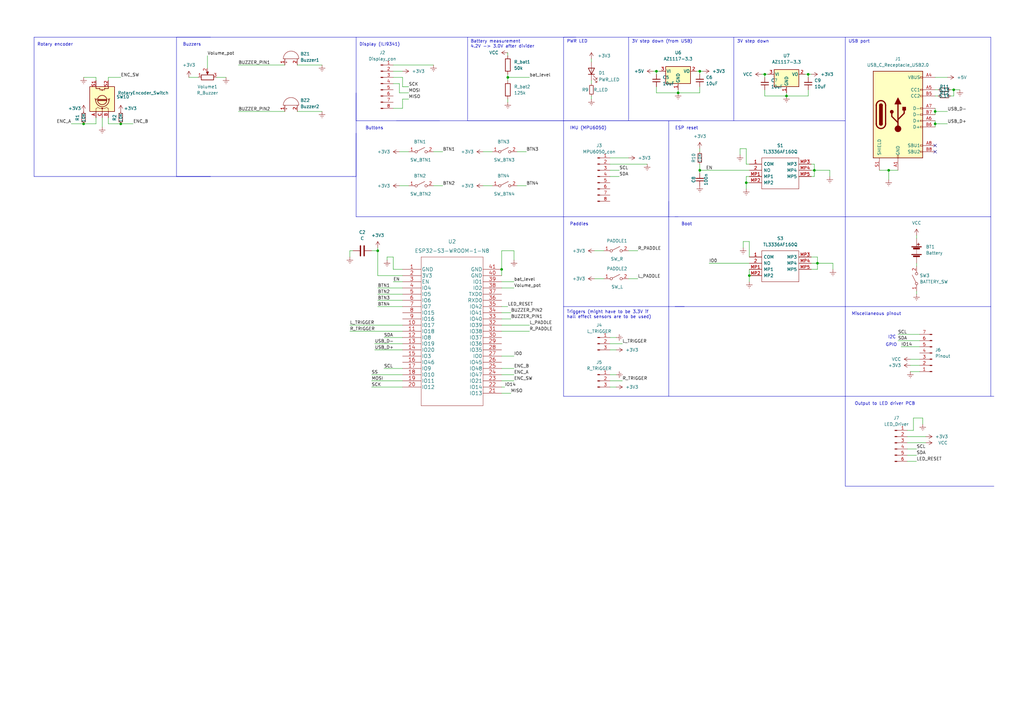
<source format=kicad_sch>
(kicad_sch (version 20230121) (generator eeschema)
  (paper "A3")
  (lib_symbols
    (symbol "+3V3_1" (power) (pin_names (offset 0))
      (property "Value" "+3V3_1" (at 0 3.556 0))
      (symbol "+3V3_1_1_1"
        (pin power_in line (at 0 0 90) (length 0) hide (name "+3V3") (number "1"))
      )
    )
    (symbol "+5V_2" (power) (pin_names (offset 0))
      (property "Value" "+5V_2" (at 0 3.556 0))
      (symbol "+5V_2_1_1"
        (pin power_in line (at 0 0 90) (length 0) hide (name "+5V") (number "1"))
      )
    )
    (symbol "Connector:Conn_01x03_Pin" (pin_names (offset 1.016) hide)
      (property "Reference" "J" (at 0 5.08 0))
      (property "Value" "Conn_01x03_Pin" (at 0 -5.08 0))
      (symbol "Conn_01x03_Pin_1_1"
        (pin passive line (at 5.08 2.54 180) (length 3.81) (name "Pin_1") (number "1"))
        (pin passive line (at 5.08 0 180) (length 3.81) (name "Pin_2") (number "2"))
        (pin passive line (at 5.08 -2.54 180) (length 3.81) (name "Pin_3") (number "3"))
      )
    )
    (symbol "Connector:Conn_01x06_Pin" (pin_names (offset 1.016) hide)
      (property "Reference" "J" (at 0 7.62 0))
      (property "Value" "Conn_01x06_Pin" (at 0 -10.16 0))
      (symbol "Conn_01x06_Pin_1_1"
        (pin passive line (at 5.08 5.08 180) (length 3.81) (name "Pin_1") (number "1"))
        (pin passive line (at 5.08 2.54 180) (length 3.81) (name "Pin_2") (number "2"))
        (pin passive line (at 5.08 0 180) (length 3.81) (name "Pin_3") (number "3"))
        (pin passive line (at 5.08 -2.54 180) (length 3.81) (name "Pin_4") (number "4"))
        (pin passive line (at 5.08 -5.08 180) (length 3.81) (name "Pin_5") (number "5"))
        (pin passive line (at 5.08 -7.62 180) (length 3.81) (name "Pin_6") (number "6"))
      )
    )
    (symbol "Connector:Conn_01x07_Pin" (pin_names (offset 1.016) hide)
      (property "Reference" "J" (at 0 10.16 0))
      (property "Value" "Conn_01x07_Pin" (at 0 -10.16 0))
      (symbol "Conn_01x07_Pin_1_1"
        (pin passive line (at 5.08 7.62 180) (length 3.81) (name "Pin_1") (number "1"))
        (pin passive line (at 5.08 5.08 180) (length 3.81) (name "Pin_2") (number "2"))
        (pin passive line (at 5.08 2.54 180) (length 3.81) (name "Pin_3") (number "3"))
        (pin passive line (at 5.08 0 180) (length 3.81) (name "Pin_4") (number "4"))
        (pin passive line (at 5.08 -2.54 180) (length 3.81) (name "Pin_5") (number "5"))
        (pin passive line (at 5.08 -5.08 180) (length 3.81) (name "Pin_6") (number "6"))
        (pin passive line (at 5.08 -7.62 180) (length 3.81) (name "Pin_7") (number "7"))
      )
    )
    (symbol "Connector:Conn_01x08_Pin" (pin_names (offset 1.016) hide)
      (property "Reference" "J" (at 0 10.16 0))
      (property "Value" "Conn_01x08_Pin" (at 0 -12.7 0))
      (symbol "Conn_01x08_Pin_1_1"
        (pin passive line (at 5.08 7.62 180) (length 3.81) (name "Pin_1") (number "1"))
        (pin passive line (at 5.08 5.08 180) (length 3.81) (name "Pin_2") (number "2"))
        (pin passive line (at 5.08 2.54 180) (length 3.81) (name "Pin_3") (number "3"))
        (pin passive line (at 5.08 0 180) (length 3.81) (name "Pin_4") (number "4"))
        (pin passive line (at 5.08 -2.54 180) (length 3.81) (name "Pin_5") (number "5"))
        (pin passive line (at 5.08 -5.08 180) (length 3.81) (name "Pin_6") (number "6"))
        (pin passive line (at 5.08 -7.62 180) (length 3.81) (name "Pin_7") (number "7"))
        (pin passive line (at 5.08 -10.16 180) (length 3.81) (name "Pin_8") (number "8"))
      )
    )
    (symbol "Connector:USB_C_Receptacle_USB2.0" (pin_names (offset 1.016))
      (property "Reference" "J" (at -10.16 19.05 0))
      (property "Value" "USB_C_Receptacle_USB2.0" (at 19.05 19.05 0))
      (symbol "USB_C_Receptacle_USB2.0_1_1"
        (pin passive line (at 0 -22.86 90) (length 5.08) (name "GND") (number "A1"))
        (pin passive line (at 0 -22.86 90) (length 5.08) hide (name "GND") (number "A12"))
        (pin passive line (at 15.24 15.24 180) (length 5.08) (name "VBUS") (number "A4"))
        (pin bidirectional line (at 15.24 10.16 180) (length 5.08) (name "CC1") (number "A5"))
        (pin bidirectional line (at 15.24 -2.54 180) (length 5.08) (name "D+") (number "A6"))
        (pin bidirectional line (at 15.24 2.54 180) (length 5.08) (name "D-") (number "A7"))
        (pin bidirectional line (at 15.24 -12.7 180) (length 5.08) (name "SBU1") (number "A8"))
        (pin passive line (at 15.24 15.24 180) (length 5.08) hide (name "VBUS") (number "A9"))
        (pin passive line (at 0 -22.86 90) (length 5.08) hide (name "GND") (number "B1"))
        (pin passive line (at 0 -22.86 90) (length 5.08) hide (name "GND") (number "B12"))
        (pin passive line (at 15.24 15.24 180) (length 5.08) hide (name "VBUS") (number "B4"))
        (pin bidirectional line (at 15.24 7.62 180) (length 5.08) (name "CC2") (number "B5"))
        (pin bidirectional line (at 15.24 -5.08 180) (length 5.08) (name "D+") (number "B6"))
        (pin bidirectional line (at 15.24 0 180) (length 5.08) (name "D-") (number "B7"))
        (pin bidirectional line (at 15.24 -15.24 180) (length 5.08) (name "SBU2") (number "B8"))
        (pin passive line (at 15.24 15.24 180) (length 5.08) hide (name "VBUS") (number "B9"))
        (pin passive line (at -7.62 -22.86 90) (length 5.08) (name "SHIELD") (number "S1"))
      )
    )
    (symbol "Device:Battery" (pin_numbers hide) (pin_names (offset 0) hide)
      (property "Reference" "BT" (at 2.54 2.54 0))
      (property "Value" "Battery" (at 2.54 0 0))
      (symbol "Battery_1_1"
        (pin passive line (at 0 5.08 270) (length 2.54) (name "+") (number "1"))
        (pin passive line (at 0 -5.08 90) (length 2.54) (name "-") (number "2"))
      )
    )
    (symbol "Device:Buzzer" (pin_names (offset 0.0254) hide)
      (property "Reference" "BZ" (at 3.81 1.27 0))
      (property "Value" "Buzzer" (at 3.81 -1.27 0))
      (symbol "Buzzer_1_1"
        (pin passive line (at -2.54 2.54 0) (length 2.54) (name "-") (number "1"))
        (pin passive line (at -2.54 -2.54 0) (length 2.54) (name "+") (number "2"))
      )
    )
    (symbol "Device:C" (pin_numbers hide) (pin_names (offset 0.254))
      (property "Reference" "C" (at 0.635 2.54 0))
      (property "Value" "C" (at 0.635 -2.54 0))
      (symbol "C_1_1"
        (pin passive line (at 0 3.81 270) (length 2.794) (name "~") (number "1"))
        (pin passive line (at 0 -3.81 90) (length 2.794) (name "~") (number "2"))
      )
    )
    (symbol "Device:C_Small" (pin_numbers hide) (pin_names (offset 0.254) hide)
      (property "Reference" "C" (at 0.254 1.778 0))
      (property "Value" "C_Small" (at 0.254 -2.032 0))
      (symbol "C_Small_1_1"
        (pin passive line (at 0 2.54 270) (length 2.032) (name "~") (number "1"))
        (pin passive line (at 0 -2.54 90) (length 2.032) (name "~") (number "2"))
      )
    )
    (symbol "Device:LED" (pin_numbers hide) (pin_names (offset 1.016) hide)
      (property "Reference" "D" (at 0 2.54 0))
      (property "Value" "LED" (at 0 -2.54 0))
      (symbol "LED_1_1"
        (pin passive line (at -3.81 0 0) (length 2.54) (name "K") (number "1"))
        (pin passive line (at 3.81 0 180) (length 2.54) (name "A") (number "2"))
      )
    )
    (symbol "Device:R" (pin_numbers hide) (pin_names (offset 0))
      (property "Reference" "R" (at 2.032 0 90))
      (property "Value" "R" (at 0 0 90))
      (symbol "R_1_1"
        (pin passive line (at 0 3.81 270) (length 1.27) (name "~") (number "1"))
        (pin passive line (at 0 -3.81 90) (length 1.27) (name "~") (number "2"))
      )
    )
    (symbol "Device:R_Potentiometer" (pin_names (offset 1.016) hide)
      (property "Reference" "RV" (at -4.445 0 90))
      (property "Value" "R_Potentiometer" (at -2.54 0 90))
      (symbol "R_Potentiometer_1_1"
        (pin passive line (at 0 3.81 270) (length 1.27) (name "1") (number "1"))
        (pin passive line (at 3.81 0 180) (length 1.27) (name "2") (number "2"))
        (pin passive line (at 0 -3.81 90) (length 1.27) (name "3") (number "3"))
      )
    )
    (symbol "Device:R_Small" (pin_numbers hide) (pin_names (offset 0.254) hide)
      (property "Reference" "R" (at 0.762 0.508 0))
      (property "Value" "R_Small" (at 0.762 -1.016 0))
      (symbol "R_Small_1_1"
        (pin passive line (at 0 2.54 270) (length 0.762) (name "~") (number "1"))
        (pin passive line (at 0 -2.54 90) (length 0.762) (name "~") (number "2"))
      )
    )
    (symbol "Device:RotaryEncoder_Switch" (pin_names (offset 0.254) hide)
      (property "Reference" "SW" (at 0 6.604 0))
      (property "Value" "RotaryEncoder_Switch" (at 0 -6.604 0))
      (symbol "RotaryEncoder_Switch_1_1"
        (pin passive line (at -7.62 2.54 0) (length 2.54) (name "A") (number "A"))
        (pin passive line (at -7.62 -2.54 0) (length 2.54) (name "B") (number "B"))
        (pin passive line (at -7.62 0 0) (length 2.54) (name "C") (number "C"))
        (pin passive line (at 7.62 2.54 180) (length 2.54) (name "S1") (number "S1"))
        (pin passive line (at 7.62 -2.54 180) (length 2.54) (name "S2") (number "S2"))
      )
    )
    (symbol "FC_library:ESP32-S3-WROOM-1-N8" (pin_names (offset 0.254))
      (property "Reference" "U" (at 20.32 10.16 0))
      (property "Value" "ESP32-S3-WROOM-1-N8" (at 20.32 7.62 0))
      (symbol "ESP32-S3-WROOM-1-N8_1_1"
        (pin power_in line (at 0 0 0) (length 7.62) (name "GND") (number "1"))
        (pin bidirectional line (at 0 -22.86 0) (length 7.62) (name "IO17") (number "10"))
        (pin bidirectional line (at 0 -25.4 0) (length 7.62) (name "IO18") (number "11"))
        (pin bidirectional line (at 0 -27.94 0) (length 7.62) (name "IO8") (number "12"))
        (pin bidirectional line (at 0 -30.48 0) (length 7.62) (name "IO19") (number "13"))
        (pin bidirectional line (at 0 -33.02 0) (length 7.62) (name "IO20") (number "14"))
        (pin bidirectional line (at 0 -35.56 0) (length 7.62) (name "IO3") (number "15"))
        (pin bidirectional line (at 0 -38.1 0) (length 7.62) (name "IO46") (number "16"))
        (pin bidirectional line (at 0 -40.64 0) (length 7.62) (name "IO9") (number "17"))
        (pin bidirectional line (at 0 -43.18 0) (length 7.62) (name "IO10") (number "18"))
        (pin bidirectional line (at 0 -45.72 0) (length 7.62) (name "IO11") (number "19"))
        (pin power_in line (at 0 -2.54 0) (length 7.62) (name "3V3") (number "2"))
        (pin bidirectional line (at 0 -48.26 0) (length 7.62) (name "IO12") (number "20"))
        (pin bidirectional line (at 40.64 -50.8 180) (length 7.62) (name "IO13") (number "21"))
        (pin bidirectional line (at 40.64 -48.26 180) (length 7.62) (name "IO14") (number "22"))
        (pin bidirectional line (at 40.64 -45.72 180) (length 7.62) (name "IO21") (number "23"))
        (pin bidirectional line (at 40.64 -43.18 180) (length 7.62) (name "IO47") (number "24"))
        (pin bidirectional line (at 40.64 -40.64 180) (length 7.62) (name "IO48") (number "25"))
        (pin bidirectional line (at 40.64 -38.1 180) (length 7.62) (name "IO45") (number "26"))
        (pin bidirectional line (at 40.64 -35.56 180) (length 7.62) (name "IO0") (number "27"))
        (pin bidirectional line (at 40.64 -33.02 180) (length 7.62) (name "IO35") (number "28"))
        (pin bidirectional line (at 40.64 -30.48 180) (length 7.62) (name "IO36") (number "29"))
        (pin input line (at 0 -5.08 0) (length 7.62) (name "EN") (number "3"))
        (pin bidirectional line (at 40.64 -27.94 180) (length 7.62) (name "IO37") (number "30"))
        (pin bidirectional line (at 40.64 -25.4 180) (length 7.62) (name "IO38") (number "31"))
        (pin bidirectional line (at 40.64 -22.86 180) (length 7.62) (name "IO39") (number "32"))
        (pin bidirectional line (at 40.64 -20.32 180) (length 7.62) (name "IO40") (number "33"))
        (pin bidirectional line (at 40.64 -17.78 180) (length 7.62) (name "IO41") (number "34"))
        (pin bidirectional line (at 40.64 -15.24 180) (length 7.62) (name "IO42") (number "35"))
        (pin bidirectional line (at 40.64 -12.7 180) (length 7.62) (name "RXD0") (number "36"))
        (pin bidirectional line (at 40.64 -10.16 180) (length 7.62) (name "TXD0") (number "37"))
        (pin bidirectional line (at 40.64 -7.62 180) (length 7.62) (name "IO2") (number "38"))
        (pin bidirectional line (at 40.64 -5.08 180) (length 7.62) (name "IO1") (number "39"))
        (pin bidirectional line (at 0 -7.62 0) (length 7.62) (name "IO4") (number "4"))
        (pin power_in line (at 40.64 -2.54 180) (length 7.62) (name "GND") (number "40"))
        (pin power_in line (at 40.64 0 180) (length 7.62) (name "GND") (number "41"))
        (pin bidirectional line (at 0 -10.16 0) (length 7.62) (name "IO5") (number "5"))
        (pin bidirectional line (at 0 -12.7 0) (length 7.62) (name "IO6") (number "6"))
        (pin bidirectional line (at 0 -15.24 0) (length 7.62) (name "IO7") (number "7"))
        (pin bidirectional line (at 0 -17.78 0) (length 7.62) (name "IO15") (number "8"))
        (pin bidirectional line (at 0 -20.32 0) (length 7.62) (name "IO16") (number "9"))
      )
    )
    (symbol "New_Library:TL3336AF160Q" (pin_names (offset 0.762))
      (property "Reference" "S" (at 21.59 7.62 0))
      (property "Value" "TL3336AF160Q" (at 21.59 5.08 0))
      (symbol "TL3336AF160Q_0_0"
        (pin passive line (at 0 0 0) (length 5.08) (name "COM") (number "1"))
        (pin passive line (at 0 -2.54 0) (length 5.08) (name "NO") (number "2"))
        (pin passive line (at 0 -5.08 0) (length 5.08) (name "MP1") (number "MP1"))
        (pin passive line (at 0 -7.62 0) (length 5.08) (name "MP2") (number "MP2"))
        (pin passive line (at 25.4 0 180) (length 5.08) (name "MP3") (number "MP3"))
        (pin passive line (at 25.4 -2.54 180) (length 5.08) (name "MP4") (number "MP4"))
        (pin passive line (at 25.4 -5.08 180) (length 5.08) (name "MP5") (number "MP5"))
      )
    )
    (symbol "Regulator_Linear:AZ1117-3.3" (pin_names (offset 0.254))
      (property "Reference" "U" (at -3.81 3.175 0))
      (property "Value" "AZ1117-3.3" (at 0 3.175 0))
      (symbol "AZ1117-3.3_1_1"
        (pin power_in line (at 0 -7.62 90) (length 2.54) (name "GND") (number "1"))
        (pin power_out line (at 7.62 0 180) (length 2.54) (name "VO") (number "2"))
        (pin power_in line (at -7.62 0 0) (length 2.54) (name "VI") (number "3"))
      )
    )
    (symbol "Switch:SW_SPST" (pin_names (offset 0) hide)
      (property "Reference" "SW" (at 0 3.175 0))
      (property "Value" "SW_SPST" (at 0 -2.54 0))
      (symbol "SW_SPST_1_1"
        (pin passive line (at -5.08 0 0) (length 2.54) (name "A") (number "1"))
        (pin passive line (at 5.08 0 180) (length 2.54) (name "B") (number "2"))
      )
    )
    (symbol "VCC_1" (power) (pin_names (offset 0))
      (property "Value" "VCC_1" (at 0 3.81 0))
      (symbol "VCC_1_1_1"
        (pin power_in line (at 0 0 90) (length 0) hide (name "VCC") (number "1"))
      )
    )
    (symbol "power:+3V3" (power) (pin_names (offset 0))
      (property "Value" "+3V3" (at 0 3.556 0))
      (symbol "+3V3_1_1"
        (pin power_in line (at 0 0 90) (length 0) hide (name "+3V3") (number "1"))
      )
    )
    (symbol "power:+5V" (power) (pin_names (offset 0))
      (property "Value" "+5V" (at 0 3.556 0))
      (symbol "+5V_1_1"
        (pin power_in line (at 0 0 90) (length 0) hide (name "+5V") (number "1"))
      )
    )
    (symbol "power:Earth" (power) (pin_names (offset 0))
      (symbol "Earth_1_1"
        (pin power_in line (at 0 0 270) (length 0) hide (name "Earth") (number "1"))
      )
    )
    (symbol "power:VCC" (power) (pin_names (offset 0))
      (property "Value" "VCC" (at 0 3.81 0))
      (symbol "VCC_1_1"
        (pin power_in line (at 0 0 90) (length 0) hide (name "VCC") (number "1"))
      )
    )
  )
  (junction (at 334.01 69.85))
  (junction (at 154.94 102.87))
  (junction (at 287.02 29.21))
  (junction (at 287.02 69.85))
  (junction (at 364.49 69.85))
  (junction (at 383.54 45.72))
  (junction (at 49.53 50.8))
  (junction (at 269.24 29.21))
  (junction (at 307.34 113.03))
  (junction (at 313.69 30.48))
  (junction (at 391.16 36.83))
  (junction (at 306.07 74.93))
  (junction (at 278.13 38.1))
  (junction (at 331.47 30.48))
  (junction (at 208.28 31.75))
  (junction (at 34.29 50.8))
  (junction (at 205.74 110.49))
  (junction (at 335.28 107.95))
  (junction (at 322.58 39.37))
  (junction (at 383.54 50.8))
  (no_connect (at 383.54 62.23))
  (no_connect (at 383.54 59.69))
  (polyline (pts (xy 346.71 88.9) (xy 346.71 125.73)))
  (wire (pts (xy 383.54 50.8) (xy 383.54 49.53)))
  (wire (pts (xy 34.29 31.75) (xy 39.37 31.75)))
  (polyline (pts (xy 406.4 15.24) (xy 406.4 88.9)))
  (wire (pts (xy 373.38 147.32) (xy 377.19 147.32)))
  (wire (pts (xy 307.34 110.49) (xy 307.34 113.03)))
  (wire (pts (xy 158.75 105.41) (xy 158.75 106.68)))
  (wire (pts (xy 303.53 63.5) (xy 303.53 60.96)))
  (wire (pts (xy 250.19 67.31) (xy 265.43 67.31)))
  (wire (pts (xy 29.21 50.8) (xy 34.29 50.8)))
  (wire (pts (xy 360.68 69.85) (xy 364.49 69.85)))
  (wire (pts (xy 287.02 60.96) (xy 287.02 62.23)))
  (wire (pts (xy 85.09 22.86) (xy 85.09 27.94)))
  (wire (pts (xy 161.29 29.21) (xy 165.1 29.21)))
  (wire (pts (xy 165.1 40.64) (xy 167.64 40.64)))
  (wire (pts (xy 157.48 151.13) (xy 165.1 151.13)))
  (wire (pts (xy 163.83 38.1) (xy 167.64 38.1)))
  (polyline (pts (xy 146.05 54.61) (xy 146.05 88.9)))
  (wire (pts (xy 154.94 113.03) (xy 165.1 113.03)))
  (wire (pts (xy 278.13 38.1) (xy 287.02 38.1)))
  (wire (pts (xy 242.57 24.13) (xy 242.57 25.4)))
  (wire (pts (xy 212.09 62.23) (xy 215.9 62.23)))
  (wire (pts (xy 269.24 29.21) (xy 269.24 30.48)))
  (wire (pts (xy 334.01 67.31) (xy 334.01 69.85)))
  (polyline (pts (xy 346.71 15.24) (xy 346.71 88.9)))
  (wire (pts (xy 163.83 38.1) (xy 163.83 34.29)))
  (wire (pts (xy 374.65 171.45) (xy 378.46 171.45)))
  (wire (pts (xy 165.1 110.49) (xy 161.29 110.49)))
  (wire (pts (xy 306.07 72.39) (xy 307.34 72.39)))
  (wire (pts (xy 335.28 107.95) (xy 335.28 110.49)))
  (polyline (pts (xy 274.32 82.55) (xy 274.32 88.9)))
  (wire (pts (xy 313.69 39.37) (xy 322.58 39.37)))
  (wire (pts (xy 287.02 29.21) (xy 287.02 30.48)))
  (wire (pts (xy 341.63 107.95) (xy 341.63 110.49)))
  (wire (pts (xy 250.19 153.67) (xy 252.73 153.67)))
  (wire (pts (xy 154.94 125.73) (xy 165.1 125.73)))
  (wire (pts (xy 250.19 140.97) (xy 255.27 140.97)))
  (polyline (pts (xy 274.32 88.9) (xy 274.32 125.73)))
  (wire (pts (xy 383.54 50.8) (xy 383.54 52.07)))
  (wire (pts (xy 157.48 138.43) (xy 165.1 138.43)))
  (wire (pts (xy 287.02 38.1) (xy 287.02 35.56)))
  (wire (pts (xy 340.36 69.85) (xy 334.01 69.85)))
  (wire (pts (xy 250.19 64.77) (xy 257.81 64.77)))
  (wire (pts (xy 335.28 105.41) (xy 335.28 107.95)))
  (wire (pts (xy 208.28 40.64) (xy 208.28 41.91)))
  (wire (pts (xy 332.74 110.49) (xy 335.28 110.49)))
  (wire (pts (xy 269.24 38.1) (xy 278.13 38.1)))
  (polyline (pts (xy 231.14 162.56) (xy 274.32 162.56)))
  (polyline (pts (xy 346.71 125.73) (xy 406.4 125.73)))
  (wire (pts (xy 312.42 30.48) (xy 313.69 30.48)))
  (wire (pts (xy 44.45 33.02) (xy 44.45 31.75)))
  (wire (pts (xy 152.4 158.75) (xy 165.1 158.75)))
  (wire (pts (xy 144.78 102.87) (xy 143.51 102.87)))
  (wire (pts (xy 391.16 36.83) (xy 393.7 36.83)))
  (wire (pts (xy 161.29 105.41) (xy 158.75 105.41)))
  (wire (pts (xy 383.54 31.75) (xy 388.62 31.75)))
  (polyline (pts (xy 146.05 15.24) (xy 146.05 49.53)))
  (wire (pts (xy 369.57 142.24) (xy 377.19 142.24)))
  (wire (pts (xy 250.19 69.85) (xy 254 69.85)))
  (polyline (pts (xy 346.71 162.56) (xy 346.71 125.73)))
  (wire (pts (xy 77.47 31.75) (xy 81.28 31.75)))
  (wire (pts (xy 41.91 48.26) (xy 41.91 52.07)))
  (polyline (pts (xy 346.71 15.24) (xy 257.81 15.24)))
  (polyline (pts (xy 276.86 125.73) (xy 346.71 125.73)))
  (wire (pts (xy 177.8 76.2) (xy 181.61 76.2)))
  (wire (pts (xy 243.84 114.3) (xy 247.65 114.3)))
  (wire (pts (xy 364.49 69.85) (xy 368.3 69.85)))
  (wire (pts (xy 384.81 39.37) (xy 383.54 39.37)))
  (wire (pts (xy 208.28 21.59) (xy 208.28 22.86)))
  (wire (pts (xy 378.46 171.45) (xy 378.46 173.99)))
  (wire (pts (xy 285.75 29.21) (xy 287.02 29.21)))
  (wire (pts (xy 287.02 69.85) (xy 287.02 71.12)))
  (wire (pts (xy 252.73 158.75) (xy 250.19 158.75)))
  (wire (pts (xy 306.07 72.39) (xy 306.07 74.93)))
  (wire (pts (xy 143.51 135.89) (xy 165.1 135.89)))
  (wire (pts (xy 161.29 115.57) (xy 165.1 115.57)))
  (wire (pts (xy 257.81 114.3) (xy 261.62 114.3)))
  (wire (pts (xy 307.34 99.06) (xy 307.34 105.41)))
  (wire (pts (xy 334.01 69.85) (xy 334.01 72.39)))
  (wire (pts (xy 304.8 101.6) (xy 304.8 99.06)))
  (wire (pts (xy 375.92 96.52) (xy 375.92 97.79)))
  (wire (pts (xy 372.11 176.53) (xy 374.65 176.53)))
  (wire (pts (xy 287.02 67.31) (xy 287.02 69.85)))
  (wire (pts (xy 372.11 179.07) (xy 379.73 179.07)))
  (wire (pts (xy 165.1 35.56) (xy 165.1 31.75)))
  (polyline (pts (xy 13.97 15.24) (xy 86.36 15.24)))
  (wire (pts (xy 307.34 113.03) (xy 307.34 115.57)))
  (wire (pts (xy 205.74 158.75) (xy 207.01 158.75)))
  (wire (pts (xy 161.29 26.67) (xy 177.8 26.67)))
  (polyline (pts (xy 146.05 88.9) (xy 274.32 88.9)))
  (wire (pts (xy 205.74 146.05) (xy 210.82 146.05)))
  (polyline (pts (xy 257.81 15.24) (xy 257.81 49.53)))
  (wire (pts (xy 290.83 107.95) (xy 307.34 107.95)))
  (polyline (pts (xy 162.56 49.53) (xy 250.19 49.53)))
  (wire (pts (xy 44.45 50.8) (xy 49.53 50.8)))
  (wire (pts (xy 154.94 120.65) (xy 165.1 120.65)))
  (wire (pts (xy 278.13 36.83) (xy 278.13 38.1)))
  (wire (pts (xy 332.74 107.95) (xy 335.28 107.95)))
  (polyline (pts (xy 191.77 15.24) (xy 191.77 49.53)))
  (polyline (pts (xy 346.71 199.39) (xy 407.67 199.39)))
  (wire (pts (xy 243.84 102.87) (xy 247.65 102.87)))
  (wire (pts (xy 267.97 29.21) (xy 269.24 29.21)))
  (polyline (pts (xy 231.14 49.53) (xy 300.99 49.53)))
  (wire (pts (xy 322.58 39.37) (xy 331.47 39.37)))
  (wire (pts (xy 205.74 102.87) (xy 210.82 102.87)))
  (wire (pts (xy 383.54 45.72) (xy 383.54 46.99)))
  (wire (pts (xy 331.47 39.37) (xy 331.47 36.83)))
  (polyline (pts (xy 406.4 15.24) (xy 346.71 15.24)))
  (wire (pts (xy 154.94 123.19) (xy 165.1 123.19)))
  (wire (pts (xy 205.74 133.35) (xy 217.17 133.35)))
  (polyline (pts (xy 231.14 125.73) (xy 274.32 125.73)))
  (wire (pts (xy 391.16 36.83) (xy 389.89 36.83)))
  (wire (pts (xy 205.74 153.67) (xy 210.82 153.67)))
  (polyline (pts (xy 146.05 38.1) (xy 146.05 72.39)))
  (wire (pts (xy 121.92 26.67) (xy 132.08 26.67)))
  (polyline (pts (xy 274.32 88.9) (xy 276.86 88.9)))
  (polyline (pts (xy 346.71 199.39) (xy 346.71 162.56)))
  (wire (pts (xy 242.57 34.29) (xy 242.57 33.02)))
  (wire (pts (xy 34.29 50.8) (xy 39.37 50.8)))
  (wire (pts (xy 44.45 48.26) (xy 44.45 50.8)))
  (polyline (pts (xy 72.39 72.39) (xy 144.78 72.39)))
  (wire (pts (xy 306.07 74.93) (xy 306.07 77.47)))
  (wire (pts (xy 161.29 110.49) (xy 161.29 105.41)))
  (polyline (pts (xy 346.71 88.9) (xy 406.4 88.9)))
  (polyline (pts (xy 180.34 49.53) (xy 146.05 49.53)))
  (polyline (pts (xy 346.71 162.56) (xy 407.67 162.56)))
  (polyline (pts (xy 406.4 162.56) (xy 406.4 125.73)))
  (wire (pts (xy 303.53 60.96) (xy 306.07 60.96)))
  (polyline (pts (xy 274.32 49.53) (xy 274.32 88.9)))
  (polyline (pts (xy 72.39 15.24) (xy 146.05 15.24)))
  (wire (pts (xy 205.74 125.73) (xy 208.28 125.73)))
  (wire (pts (xy 210.82 102.87) (xy 210.82 106.68)))
  (wire (pts (xy 177.8 62.23) (xy 181.61 62.23)))
  (wire (pts (xy 368.3 139.7) (xy 377.19 139.7)))
  (wire (pts (xy 375.92 107.95) (xy 375.92 109.22)))
  (wire (pts (xy 287.02 29.21) (xy 288.29 29.21)))
  (wire (pts (xy 165.1 40.64) (xy 165.1 44.45)))
  (polyline (pts (xy 257.81 15.24) (xy 231.14 15.24)))
  (wire (pts (xy 250.19 156.21) (xy 255.27 156.21)))
  (wire (pts (xy 331.47 30.48) (xy 331.47 31.75)))
  (wire (pts (xy 391.16 36.83) (xy 391.16 39.37)))
  (wire (pts (xy 250.19 72.39) (xy 254 72.39)))
  (wire (pts (xy 165.1 44.45) (xy 161.29 44.45)))
  (wire (pts (xy 208.28 31.75) (xy 208.28 33.02)))
  (wire (pts (xy 372.11 181.61) (xy 379.73 181.61)))
  (wire (pts (xy 208.28 30.48) (xy 208.28 31.75)))
  (wire (pts (xy 330.2 30.48) (xy 331.47 30.48)))
  (wire (pts (xy 205.74 102.87) (xy 205.74 110.49)))
  (polyline (pts (xy 274.32 125.73) (xy 274.32 162.56)))
  (wire (pts (xy 121.92 45.72) (xy 132.08 45.72)))
  (wire (pts (xy 205.74 128.27) (xy 209.55 128.27)))
  (wire (pts (xy 331.47 30.48) (xy 332.74 30.48)))
  (wire (pts (xy 163.83 62.23) (xy 167.64 62.23)))
  (wire (pts (xy 163.83 76.2) (xy 167.64 76.2)))
  (polyline (pts (xy 231.14 125.73) (xy 231.14 162.56)))
  (polyline (pts (xy 276.86 88.9) (xy 346.71 88.9)))
  (wire (pts (xy 152.4 102.87) (xy 154.94 102.87)))
  (wire (pts (xy 332.74 69.85) (xy 334.01 69.85)))
  (wire (pts (xy 375.92 119.38) (xy 375.92 120.65)))
  (wire (pts (xy 44.45 31.75) (xy 49.53 31.75)))
  (wire (pts (xy 332.74 72.39) (xy 334.01 72.39)))
  (wire (pts (xy 205.74 110.49) (xy 205.74 113.03)))
  (polyline (pts (xy 276.86 88.9) (xy 278.13 88.9)))
  (wire (pts (xy 306.07 60.96) (xy 306.07 67.31)))
  (wire (pts (xy 313.69 30.48) (xy 313.69 31.75)))
  (wire (pts (xy 313.69 30.48) (xy 314.96 30.48)))
  (polyline (pts (xy 274.32 125.73) (xy 280.67 125.73)))
  (wire (pts (xy 205.74 115.57) (xy 210.82 115.57)))
  (polyline (pts (xy 13.97 72.39) (xy 86.36 72.39)))
  (wire (pts (xy 163.83 34.29) (xy 161.29 34.29)))
  (wire (pts (xy 304.8 99.06) (xy 307.34 99.06)))
  (polyline (pts (xy 274.32 162.56) (xy 346.71 162.56)))
  (polyline (pts (xy 191.77 49.53) (xy 279.4 49.53)))
  (polyline (pts (xy 72.39 15.24) (xy 72.39 72.39)))
  (polyline (pts (xy 300.99 15.24) (xy 300.99 49.53)))
  (wire (pts (xy 383.54 45.72) (xy 383.54 44.45)))
  (wire (pts (xy 375.92 186.69) (xy 372.11 186.69)))
  (polyline (pts (xy 231.14 49.53) (xy 231.14 88.9)))
  (wire (pts (xy 364.49 69.85) (xy 364.49 73.66)))
  (wire (pts (xy 313.69 36.83) (xy 313.69 39.37)))
  (wire (pts (xy 368.3 137.16) (xy 377.19 137.16)))
  (wire (pts (xy 269.24 35.56) (xy 269.24 38.1)))
  (wire (pts (xy 212.09 76.2) (xy 215.9 76.2)))
  (wire (pts (xy 143.51 133.35) (xy 165.1 133.35)))
  (wire (pts (xy 384.81 36.83) (xy 383.54 36.83)))
  (wire (pts (xy 153.67 143.51) (xy 165.1 143.51)))
  (wire (pts (xy 88.9 31.75) (xy 92.71 31.75)))
  (wire (pts (xy 143.51 102.87) (xy 143.51 105.41)))
  (wire (pts (xy 205.74 130.81) (xy 209.55 130.81)))
  (wire (pts (xy 165.1 31.75) (xy 161.29 31.75)))
  (wire (pts (xy 49.53 50.8) (xy 54.61 50.8)))
  (wire (pts (xy 372.11 184.15) (xy 375.92 184.15)))
  (wire (pts (xy 154.94 101.6) (xy 154.94 102.87)))
  (wire (pts (xy 373.38 149.86) (xy 377.19 149.86)))
  (wire (pts (xy 322.58 38.1) (xy 322.58 39.37)))
  (wire (pts (xy 39.37 48.26) (xy 39.37 50.8)))
  (wire (pts (xy 205.74 118.11) (xy 210.82 118.11)))
  (polyline (pts (xy 406.4 125.73) (xy 406.4 88.9)))
  (wire (pts (xy 306.07 74.93) (xy 307.34 74.93)))
  (wire (pts (xy 198.12 62.23) (xy 201.93 62.23)))
  (wire (pts (xy 152.4 153.67) (xy 165.1 153.67)))
  (wire (pts (xy 165.1 35.56) (xy 167.64 35.56)))
  (wire (pts (xy 205.74 135.89) (xy 217.17 135.89)))
  (wire (pts (xy 340.36 69.85) (xy 340.36 72.39)))
  (wire (pts (xy 332.74 105.41) (xy 335.28 105.41)))
  (wire (pts (xy 374.65 176.53) (xy 374.65 171.45)))
  (wire (pts (xy 306.07 67.31) (xy 307.34 67.31)))
  (wire (pts (xy 153.67 140.97) (xy 165.1 140.97)))
  (wire (pts (xy 97.79 45.72) (xy 116.84 45.72)))
  (wire (pts (xy 205.74 151.13) (xy 210.82 151.13)))
  (polyline (pts (xy 144.78 72.39) (xy 146.05 72.39)))
  (wire (pts (xy 391.16 39.37) (xy 389.89 39.37)))
  (polyline (pts (xy 236.22 15.24) (xy 191.77 15.24)))
  (wire (pts (xy 198.12 76.2) (xy 201.93 76.2)))
  (wire (pts (xy 372.11 189.23) (xy 375.92 189.23)))
  (wire (pts (xy 205.74 156.21) (xy 210.82 156.21)))
  (wire (pts (xy 39.37 31.75) (xy 39.37 33.02)))
  (wire (pts (xy 373.38 152.4) (xy 377.19 152.4)))
  (wire (pts (xy 154.94 118.11) (xy 165.1 118.11)))
  (wire (pts (xy 287.02 69.85) (xy 307.34 69.85)))
  (wire (pts (xy 269.24 29.21) (xy 270.51 29.21)))
  (polyline (pts (xy 191.77 15.24) (xy 146.05 15.24)))
  (wire (pts (xy 205.74 161.29) (xy 209.55 161.29)))
  (wire (pts (xy 341.63 107.95) (xy 335.28 107.95)))
  (polyline (pts (xy 13.97 15.24) (xy 13.97 72.39)))
  (wire (pts (xy 383.54 45.72) (xy 388.62 45.72)))
  (polyline (pts (xy 231.14 15.24) (xy 231.14 49.53)))
  (wire (pts (xy 152.4 156.21) (xy 165.1 156.21)))
  (wire (pts (xy 208.28 31.75) (xy 217.17 31.75)))
  (wire (pts (xy 242.57 40.64) (xy 242.57 39.37)))
  (polyline (pts (xy 231.14 88.9) (xy 231.14 125.73)))
  (wire (pts (xy 383.54 50.8) (xy 388.62 50.8)))
  (wire (pts (xy 250.19 138.43) (xy 252.73 138.43)))
  (wire (pts (xy 154.94 102.87) (xy 154.94 113.03)))
  (polyline (pts (xy 300.99 49.53) (xy 346.71 49.53)))
  (wire (pts (xy 332.74 67.31) (xy 334.01 67.31)))
  (wire (pts (xy 257.81 102.87) (xy 261.62 102.87)))
  (wire (pts (xy 252.73 143.51) (xy 250.19 143.51)))
  (wire (pts (xy 97.79 26.67) (xy 116.84 26.67)))
  (text "PWR LED\n" (at 232.41 17.78 0) (effects (font (size 1.27 1.27)) (justify left bottom)))
  (text "Buttons\n" (at 149.86 53.34 0) (effects (font (size 1.27 1.27)) (justify left bottom)))
  (text "Output to LED driver PCB" (at 350.52 166.37 0) (effects (font (size 1.27 1.27)) (justify left bottom)))
  (text "Display (ILI9341)" (at 147.32 19.05 0) (effects (font (size 1.27 1.27)) (justify left bottom)))
  (text "IMU (MPU6050)" (at 233.68 53.34 0) (effects (font (size 1.27 1.27)) (justify left bottom)))
  (text "Battery measurement\n4.2V -> 3.0V after divider" (at 192.9545 19.8403 0) (effects (font (size 1.27 1.27)) (justify left bottom)))
  (text "3V step down (from USB)\n" (at 259.08 17.78 0) (effects (font (size 1.27 1.27)) (justify left bottom)))
  (text "ESP reset\n" (at 276.86 53.34 0) (effects (font (size 1.27 1.27)) (justify left bottom)))
  (text "3V step down\n" (at 302.26 17.78 0) (effects (font (size 1.27 1.27)) (justify left bottom)))
  (text "Buzzers" (at 74.93 19.05 0) (effects (font (size 1.27 1.27)) (justify left bottom)))
  (text "I2C\n" (at 364.2091 139.0736 0) (effects (font (size 1.27 1.27)) (justify left bottom)))
  (text "Miscellaneous pinout" (at 349.25 129.54 0) (effects (font (size 1.27 1.27)) (justify left bottom)))
  (text "USB port" (at 347.98 17.78 0) (effects (font (size 1.27 1.27)) (justify left bottom)))
  (text "Paddles" (at 233.68 92.71 0) (effects (font (size 1.27 1.27)) (justify left bottom)))
  (text "Rotary encoder\n" (at 15.24 19.05 0) (effects (font (size 1.27 1.27)) (justify left bottom)))
  (text "Triggers (might have to be 3.3V if \nhall effect sensors are to be used)" (at 232.41 130.81 0) (effects (font (size 1.27 1.27)) (justify left bottom)))
  (text "Boot\n" (at 279.4 92.71 0) (effects (font (size 1.27 1.27)) (justify left bottom)))
  (text "GPIO\n" (at 363.22 142.24 0) (effects (font (size 1.27 1.27)) (justify left bottom)))
  (label "IO14" (at 369.57 142.24 0))
  (label "ENC_SW" (at 49.53 31.75 0))
  (label "USB_D-" (at 388.62 45.72 0))
  (label "MOSI" (at 167.64 38.1 0))
  (label "R_PADDLE" (at 261.62 102.87 0))
  (label "BTN4" (at 154.94 125.73 0))
  (label "L_TRIGGER" (at 255.27 140.97 0))
  (label "SCK" (at 152.4 158.75 0))
  (label "L_TRIGGER" (at 143.51 133.35 0))
  (label "Volume_pot" (at 210.82 118.11 0))
  (label "EN" (at 161.29 115.57 0))
  (label "SCK" (at 167.64 35.56 0))
  (label "R_PADDLE" (at 217.17 135.89 0))
  (label "L_PADDLE" (at 217.17 133.35 0))
  (label "USB_D+" (at 388.62 50.8 0))
  (label "R_TRIGGER" (at 143.51 135.89 0))
  (label "SDA" (at 368.3 139.7 0))
  (label "BTN1" (at 154.94 118.11 0))
  (label "EN" (at 289.56 69.85 0))
  (label "USB_D-" (at 153.67 140.97 0))
  (label "ENC_B" (at 210.82 151.13 0))
  (label "IO0" (at 210.82 146.05 0))
  (label "SDA" (at 254 72.39 0))
  (label "MISO" (at 209.55 161.29 0))
  (label "ENC_SW" (at 210.82 156.21 0))
  (label "SDA" (at 375.92 186.69 0))
  (label "BUZZER_PIN2" (at 97.79 45.72 0))
  (label "IO14" (at 207.01 158.75 0))
  (label "BTN2" (at 154.94 120.65 0))
  (label "Volume_pot" (at 85.09 22.86 0))
  (label "SCL" (at 368.3 137.16 0))
  (label "BUZZER_PIN2" (at 209.55 128.27 0))
  (label "BTN4" (at 215.9 76.2 0))
  (label "ENC_A" (at 210.82 153.67 0))
  (label "LED_RESET" (at 375.92 189.23 0))
  (label "SCL" (at 157.48 151.13 0))
  (label "BUZZER_PIN1" (at 209.55 130.81 0))
  (label "BTN3" (at 215.9 62.23 0))
  (label "SCL" (at 254 69.85 0))
  (label "L_PADDLE" (at 261.62 114.3 0))
  (label "BUZZER_PIN1" (at 97.79 26.67 0))
  (label "bat_level" (at 217.17 31.75 0))
  (label "LED_RESET" (at 208.28 125.73 0))
  (label "ENC_B" (at 54.61 50.8 0))
  (label "BTN2" (at 181.61 76.2 0))
  (label "R_TRIGGER" (at 255.27 156.21 0))
  (label "SS" (at 152.4 153.67 0))
  (label "MOSI" (at 152.4 156.21 0))
  (label "SCL" (at 375.92 184.15 0))
  (label "IO0" (at 290.83 107.95 0))
  (label "MISO" (at 167.64 40.64 0))
  (label "ENC_A" (at 29.21 50.8 180))
  (label "BTN3" (at 154.94 123.19 0))
  (label "USB_D+" (at 153.67 143.51 0))
  (label "SDA" (at 157.48 138.43 0))
  (label "BTN1" (at 181.61 62.23 0))
  (label "bat_level" (at 210.82 115.57 0))
  (symbol (lib_name "VCC_1") (lib_id "power:VCC") (at 208.28 21.59 90) (unit 1)
    (property "Reference" "#PWR014" (effects hide))
    (property "Value" "VCC" (at 204.47 21.59 90) (effects (justify left)))
  )
  (symbol (lib_id "power:Earth") (at 303.53 63.5 0) (unit 1)
    (property "Reference" "#PWR043" (effects hide))
    (property "Value" "Earth" (effects hide))
  )
  (symbol (lib_id "Device:R_Small") (at 287.02 64.77 180) (unit 1)
    (property "Reference" "R10" (at 284.48 64.77 90))
    (property "Value" "10K" (at 287.02 64.77 90))
    (property "Footprint" "Resistor_SMD:R_0805_2012Metric_Pad1.20x1.40mm_HandSolder" (effects hide))
  )
  (symbol (lib_id "power:+3V3") (at 163.83 62.23 90) (unit 1)
    (property "Reference" "#PWR011" (effects hide))
    (property "Value" "+3V3" (at 160.02 62.23 90) (effects (justify left)))
  )
  (symbol (lib_id "Device:R_Small") (at 242.57 36.83 180) (unit 1)
    (property "Reference" "R9" (at 240.03 36.83 0))
    (property "Value" "R_LED" (at 246.38 36.83 0))
    (property "Footprint" "Resistor_SMD:R_0805_2012Metric_Pad1.20x1.40mm_HandSolder" (effects hide))
  )
  (symbol (lib_id "Switch:SW_SPST") (at 207.01 76.2 0) (unit 1)
    (property "Reference" "BTN4" (at 209.0162 72.1004 0) (effects (justify right)))
    (property "Value" "SW_BTN4" (at 211.1449 79.5425 0) (effects (justify right)))
    (property "Footprint" "FC_Wheel_Library:SPST_PushButton_Cyl" (effects hide))
  )
  (symbol (lib_id "power:Earth") (at 210.82 106.68 0) (unit 1)
    (property "Reference" "#PWR013" (effects hide))
    (property "Value" "Earth" (effects hide))
  )
  (symbol (lib_id "Regulator_Linear:AZ1117-3.3") (at 278.13 29.21 0) (unit 1)
    (property "Reference" "U6" (at 278.13 21.59 0))
    (property "Value" "AZ1117-3.3" (at 278.13 24.13 0))
    (property "Footprint" "Package_TO_SOT_SMD:SOT-223-3_TabPin2" (effects hide))
    (property "Datasheet" "https://www.diodes.com/assets/Datasheets/AZ1117.pdf" (effects hide))
  )
  (symbol (lib_id "power:+3V3") (at 379.73 179.07 270) (unit 1)
    (property "Reference" "#PWR019" (effects hide))
    (property "Value" "+3V3" (at 383.54 179.07 90) (effects (justify left)))
  )
  (symbol (lib_id "power:Earth") (at 304.8 101.6 0) (unit 1)
    (property "Reference" "#PWR031" (effects hide))
    (property "Value" "Earth" (effects hide))
  )
  (symbol (lib_id "Switch:SW_SPST") (at 252.73 114.3 0) (unit 1)
    (property "Reference" "PADDLE2" (at 257.2762 110.2004 0) (effects (justify right)))
    (property "Value" "SW_L" (at 255.5949 117.6425 0) (effects (justify right)))
    (property "Footprint" "Connector_PinHeader_2.54mm:PinHeader_1x02_P2.54mm_Vertical" (effects hide))
  )
  (symbol (lib_id "Device:C") (at 148.59 102.87 90) (unit 1)
    (property "Reference" "C2" (at 148.59 95.25 90))
    (property "Value" "C" (at 148.59 97.79 90))
    (property "Footprint" "Capacitor_SMD:C_1206_3216Metric" (effects hide))
  )
  (symbol (lib_id "power:+3V3") (at 242.57 24.13 0) (unit 1)
    (property "Reference" "#PWR022" (effects hide))
    (property "Value" "+3V3" (at 245.11 22.8599 0) (effects (justify left)))
  )
  (symbol (lib_id "power:Earth") (at 143.51 105.41 0) (unit 1)
    (property "Reference" "#PWR04" (effects hide))
    (property "Value" "Earth" (effects hide))
  )
  (symbol (lib_id "Device:C_Small") (at 269.24 33.02 180) (unit 1)
    (property "Reference" "C5" (at 271.78 31.7435 0) (effects (justify right)))
    (property "Value" "10uF" (at 271.78 34.2835 0) (effects (justify right)))
    (property "Footprint" "Capacitor_SMD:C_1206_3216Metric" (effects hide))
  )
  (symbol (lib_id "power:+3V3") (at 154.94 101.6 0) (unit 1)
    (property "Reference" "#PWR05" (effects hide))
    (property "Value" "+3V3" (at 154.94 96.52 0))
  )
  (symbol (lib_id "power:Earth") (at 341.63 110.49 0) (unit 1)
    (property "Reference" "#PWR044" (effects hide))
    (property "Value" "Earth" (effects hide))
  )
  (symbol (lib_id "Connector:Conn_01x07_Pin") (at 382.27 144.78 180) (unit 1)
    (property "Reference" "J6" (at 383.54 143.51 0) (effects (justify right)))
    (property "Value" "Pinout" (at 383.54 146.05 0) (effects (justify right)))
    (property "Footprint" "Connector_PinHeader_2.54mm:PinHeader_1x07_P2.54mm_Vertical" (effects hide))
  )
  (symbol (lib_id "power:VCC") (at 375.92 96.52 0) (unit 1)
    (property "Reference" "#PWR037" (effects hide))
    (property "Value" "VCC" (at 375.92 91.44 0))
  )
  (symbol (lib_id "Connector:Conn_01x06_Pin") (at 367.03 181.61 0) (unit 1)
    (property "Reference" "J7" (at 367.665 171.45 0))
    (property "Value" "LED_Driver" (at 367.665 173.99 0))
    (property "Footprint" "Connector_PinHeader_2.54mm:PinHeader_1x06_P2.54mm_Vertical" (effects hide))
  )
  (symbol (lib_id "Switch:SW_SPST") (at 172.72 76.2 0) (unit 1)
    (property "Reference" "BTN2" (at 174.7262 72.1004 0) (effects (justify right)))
    (property "Value" "SW_BTN2" (at 176.8549 79.5425 0) (effects (justify right)))
    (property "Footprint" "FC_Wheel_Library:SPST_PushButton_Cyl" (effects hide))
  )
  (symbol (lib_id "power:+3V3") (at 287.02 60.96 0) (unit 1)
    (property "Reference" "#PWR033" (effects hide))
    (property "Value" "+3V3" (at 287.02 55.88 0))
  )
  (symbol (lib_id "power:+3V3") (at 288.29 29.21 270) (unit 1)
    (property "Reference" "#PWR027" (effects hide))
    (property "Value" "+3V3" (at 292.1 29.2099 90) (effects (justify left)))
  )
  (symbol (lib_id "Device:R_Small") (at 34.29 48.26 180) (unit 1)
    (property "Reference" "R1" (at 31.75 48.26 90))
    (property "Value" "10K" (at 34.29 48.26 90))
    (property "Footprint" "Resistor_SMD:R_0805_2012Metric_Pad1.20x1.40mm_HandSolder" (effects hide))
  )
  (symbol (lib_id "power:Earth") (at 34.29 31.75 0) (unit 1)
    (property "Reference" "#PWR021" (effects hide))
    (property "Value" "Earth" (effects hide))
  )
  (symbol (lib_id "power:+3V3") (at 34.29 45.72 0) (unit 1)
    (property "Reference" "#PWR020" (effects hide))
    (property "Value" "+3V3" (at 27.94 44.45 0) (effects (justify left)))
  )
  (symbol (lib_id "power:Earth") (at 177.8 26.67 0) (unit 1)
    (property "Reference" "#PWR01" (effects hide))
    (property "Value" "Earth" (effects hide))
  )
  (symbol (lib_id "power:Earth") (at 252.73 153.67 90) (unit 1)
    (property "Reference" "#PWR053" (effects hide))
    (property "Value" "Earth" (effects hide))
  )
  (symbol (lib_id "Connector:Conn_01x08_Pin") (at 156.21 34.29 0) (unit 1)
    (property "Reference" "J2" (at 156.845 21.59 0))
    (property "Value" "Display_con" (at 156.845 24.13 0))
    (property "Footprint" "Connector_PinHeader_2.54mm:PinHeader_1x08_P2.54mm_Vertical" (effects hide))
  )
  (symbol (lib_id "Device:C_Small") (at 287.02 33.02 180) (unit 1)
    (property "Reference" "C6" (at 289.56 31.7435 0) (effects (justify right)))
    (property "Value" "10uF" (at 289.56 34.2835 0) (effects (justify right)))
    (property "Footprint" "Capacitor_SMD:C_1206_3216Metric" (effects hide))
  )
  (symbol (lib_id "Device:Buzzer") (at 119.38 43.18 90) (unit 1)
    (property "Reference" "BZ2" (at 123.19 41.1479 90) (effects (justify right)))
    (property "Value" "Buzzer2" (at 123.19 43.6879 90) (effects (justify right)))
    (property "Footprint" "Buzzer_Beeper:Buzzer_12x9.5RM7.6" (effects hide))
  )
  (symbol (lib_id "power:Earth") (at 158.75 106.68 0) (unit 1)
    (property "Reference" "#PWR06" (effects hide))
    (property "Value" "Earth" (effects hide))
  )
  (symbol (lib_id "New_Library:TL3336AF160Q") (at 307.34 105.41 0) (unit 1)
    (property "Reference" "S3" (at 320.04 97.79 0))
    (property "Value" "TL3336AF160Q" (at 320.04 100.33 0))
    (property "Footprint" "FC_Wheel_Library:TL3336AF160Q" (effects hide))
    (property "Datasheet" "http://spec_sheets.e-switch.com/specs/P158001.pdf" (effects hide))
    (property "Description" "Tactile Switches Tactile Switch SPST OFF-(ON) 50mA, 12VDC, Right Angle SMT" (effects hide))
    (property "Height" "7.35" (effects hide))
    (property "Mouser Part Number" "612-TL3336AF160Q" (effects hide))
    (property "Mouser Price/Stock" "https://www.mouser.co.uk/ProductDetail/E-Switch/TL3336AF160Q?qs=iLbezkQI%252Bshf0NMs3%252BGhxA%3D%3D" (effects hide))
    (property "Manufacturer_Name" "E-Switch" (effects hide))
    (property "Manufacturer_Part_Number" "TL3336AF160Q" (effects hide))
  )
  (symbol (lib_id "FC_library:ESP32-S3-WROOM-1-N8") (at 165.1 110.49 0) (unit 1)
    (property "Reference" "U2" (at 185.42 99.06 0) (effects (font (size 1.524 1.524))))
    (property "Value" "ESP32-S3-WROOM-1-N8" (at 185.42 102.87 0) (effects (font (size 1.524 1.524))))
    (property "Footprint" "FC_Wheel_Library:ESP32-S3-WROOM-1_handsolder" (effects hide))
  )
  (symbol (lib_id "Device:R_Small") (at 49.53 48.26 180) (unit 1)
    (property "Reference" "R2" (at 46.99 48.26 90))
    (property "Value" "10K" (at 49.53 48.26 90))
    (property "Footprint" "Resistor_SMD:R_0805_2012Metric_Pad1.20x1.40mm_HandSolder" (effects hide))
  )
  (symbol (lib_id "power:+3V3") (at 332.74 30.48 270) (unit 1)
    (property "Reference" "#PWR035" (effects hide))
    (property "Value" "+3V3" (at 336.55 30.4799 90) (effects (justify left)))
  )
  (symbol (lib_id "power:Earth") (at 307.34 115.57 0) (unit 1)
    (property "Reference" "#PWR026" (effects hide))
    (property "Value" "Earth" (effects hide))
  )
  (symbol (lib_id "Device:C_Small") (at 313.69 34.29 180) (unit 1)
    (property "Reference" "C7" (at 316.23 33.0135 0) (effects (justify right)))
    (property "Value" "10uF" (at 316.23 35.5535 0) (effects (justify right)))
    (property "Footprint" "Capacitor_SMD:C_1206_3216Metric" (effects hide))
  )
  (symbol (lib_id "power:+3V3") (at 198.12 76.2 90) (unit 1)
    (property "Reference" "#PWR012" (effects hide))
    (property "Value" "+3V3" (at 194.31 76.2 90) (effects (justify left)))
  )
  (symbol (lib_id "Device:R") (at 208.28 26.67 0) (unit 1)
    (property "Reference" "R_bat1" (at 210.82 25.4 0) (effects (justify left)))
    (property "Value" "50k" (at 210.82 27.94 0) (effects (justify left)))
    (property "Footprint" "Resistor_SMD:R_0805_2012Metric_Pad1.20x1.40mm_HandSolder" (effects hide))
  )
  (symbol (lib_id "power:+3V3") (at 49.53 45.72 0) (unit 1)
    (property "Reference" "#PWR030" (effects hide))
    (property "Value" "+3V3" (at 50.8 44.45 0) (effects (justify left)))
  )
  (symbol (lib_id "Regulator_Linear:AZ1117-3.3") (at 322.58 30.48 0) (unit 1)
    (property "Reference" "U7" (at 322.58 22.86 0))
    (property "Value" "AZ1117-3.3" (at 322.58 25.4 0))
    (property "Footprint" "Package_TO_SOT_SMD:SOT-223-3_TabPin2" (effects hide))
    (property "Datasheet" "https://www.diodes.com/assets/Datasheets/AZ1117.pdf" (effects hide))
  )
  (symbol (lib_id "power:+3V3") (at 198.12 62.23 90) (unit 1)
    (property "Reference" "#PWR018" (effects hide))
    (property "Value" "+3V3" (at 194.31 62.23 90) (effects (justify left)))
  )
  (symbol (lib_id "power:Earth") (at 92.71 31.75 0) (unit 1)
    (property "Reference" "#PWR010" (effects hide))
    (property "Value" "Earth" (effects hide))
  )
  (symbol (lib_id "power:Earth") (at 252.73 138.43 90) (unit 1)
    (property "Reference" "#PWR052" (effects hide))
    (property "Value" "Earth" (effects hide))
  )
  (symbol (lib_id "power:Earth") (at 340.36 72.39 0) (unit 1)
    (property "Reference" "#PWR046" (effects hide))
    (property "Value" "Earth" (effects hide))
  )
  (symbol (lib_id "power:VCC") (at 312.42 30.48 90) (unit 1)
    (property "Reference" "#PWR028" (effects hide))
    (property "Value" "VCC" (at 308.61 30.4799 90) (effects (justify left)))
  )
  (symbol (lib_id "Device:R_Small") (at 387.35 36.83 90) (unit 1)
    (property "Reference" "R11" (at 387.35 35.56 90))
    (property "Value" "5.1K" (at 387.35 36.83 90))
    (property "Footprint" "Resistor_SMD:R_0805_2012Metric_Pad1.20x1.40mm_HandSolder" (effects hide))
  )
  (symbol (lib_id "New_Library:TL3336AF160Q") (at 307.34 67.31 0) (unit 1)
    (property "Reference" "S1" (at 320.04 59.69 0))
    (property "Value" "TL3336AF160Q" (at 320.04 62.23 0))
    (property "Footprint" "FC_Wheel_Library:TL3336AF160Q" (effects hide))
    (property "Datasheet" "http://spec_sheets.e-switch.com/specs/P158001.pdf" (effects hide))
    (property "Description" "Tactile Switches Tactile Switch SPST OFF-(ON) 50mA, 12VDC, Right Angle SMT" (effects hide))
    (property "Height" "7.35" (effects hide))
    (property "Mouser Part Number" "612-TL3336AF160Q" (effects hide))
    (property "Mouser Price/Stock" "https://www.mouser.co.uk/ProductDetail/E-Switch/TL3336AF160Q?qs=iLbezkQI%252Bshf0NMs3%252BGhxA%3D%3D" (effects hide))
    (property "Manufacturer_Name" "E-Switch" (effects hide))
    (property "Manufacturer_Part_Number" "TL3336AF160Q" (effects hide))
  )
  (symbol (lib_id "power:Earth") (at 375.92 120.65 0) (unit 1)
    (property "Reference" "#PWR038" (effects hide))
    (property "Value" "Earth" (effects hide))
  )
  (symbol (lib_id "Switch:SW_SPST") (at 207.01 62.23 0) (unit 1)
    (property "Reference" "BTN3" (at 209.0162 58.1304 0) (effects (justify right)))
    (property "Value" "SW_BTN3" (at 211.1449 65.5725 0) (effects (justify right)))
    (property "Footprint" "FC_Wheel_Library:SPST_PushButton_Cyl" (effects hide))
  )
  (symbol (lib_id "power:+3V3") (at 257.81 64.77 270) (unit 1)
    (property "Reference" "#PWR041" (effects hide))
    (property "Value" "+3V3" (at 261.62 64.7699 90) (effects (justify left)))
  )
  (symbol (lib_id "Device:Buzzer") (at 119.38 24.13 90) (unit 1)
    (property "Reference" "BZ1" (at 123.19 22.0979 90) (effects (justify right)))
    (property "Value" "Buzzer1" (at 123.19 24.6379 90) (effects (justify right)))
    (property "Footprint" "Buzzer_Beeper:Buzzer_12x9.5RM7.6" (effects hide))
  )
  (symbol (lib_id "Device:R") (at 208.28 36.83 0) (unit 1)
    (property "Reference" "R_bat2" (at 210.82 35.56 0) (effects (justify left)))
    (property "Value" "125k" (at 210.82 38.1 0) (effects (justify left)))
    (property "Footprint" "Resistor_SMD:R_0805_2012Metric_Pad1.20x1.40mm_HandSolder" (effects hide))
  )
  (symbol (lib_id "power:Earth") (at 132.08 45.72 0) (unit 1)
    (property "Reference" "#PWR08" (effects hide))
    (property "Value" "Earth" (effects hide))
  )
  (symbol (lib_id "Device:RotaryEncoder_Switch") (at 41.91 40.64 90) (unit 1)
    (property "Reference" "SW10" (at 47.752 39.7315 90) (effects (justify right)))
    (property "Value" "RotaryEncoder_Switch" (at 48.26 38.1 90) (effects (justify right)))
    (property "Footprint" "Rotary_Encoder:RotaryEncoder_Alps_EC12E-Switch_Vertical_H20mm" (effects hide))
  )
  (symbol (lib_id "Device:C_Small") (at 331.47 34.29 180) (unit 1)
    (property "Reference" "C9" (at 334.01 33.0135 0) (effects (justify right)))
    (property "Value" "10uF" (at 334.01 35.5535 0) (effects (justify right)))
    (property "Footprint" "Capacitor_SMD:C_1206_3216Metric" (effects hide))
  )
  (symbol (lib_id "Device:R_Small") (at 387.35 39.37 90) (unit 1)
    (property "Reference" "R12" (at 387.35 38.1 90))
    (property "Value" "5.1K" (at 387.35 39.37 90))
    (property "Footprint" "Resistor_SMD:R_0805_2012Metric_Pad1.20x1.40mm_HandSolder" (effects hide))
  )
  (symbol (lib_id "Device:LED") (at 242.57 29.21 90) (unit 1)
    (property "Reference" "D1" (at 245.491 29.889 90) (effects (justify right)))
    (property "Value" "PWR_LED" (at 245.491 32.6641 90) (effects (justify right)))
    (property "Footprint" "LED_THT:LED_D5.0mm" (effects hide))
  )
  (symbol (lib_id "Connector:USB_C_Receptacle_USB2.0") (at 368.3 46.99 0) (unit 1)
    (property "Reference" "J1" (at 368.3 24.13 0))
    (property "Value" "USB_C_Receptacle_USB2.0" (at 368.3 26.67 0))
    (property "Footprint" "Connector_USB:USB_C_Receptacle_HRO_TYPE-C-31-M-12" (effects hide))
    (property "Datasheet" "https://www.usb.org/sites/default/files/documents/usb_type-c.zip" (effects hide))
  )
  (symbol (lib_name "+3V3_1") (lib_id "power:+3V3") (at 252.73 143.51 270) (unit 1)
    (property "Reference" "#PWR09" (effects hide))
    (property "Value" "+3V3" (at 256.54 143.51 90) (effects (justify left)))
  )
  (symbol (lib_id "power:Earth") (at 208.28 41.91 0) (unit 1)
    (property "Reference" "#PWR015" (effects hide))
    (property "Value" "Earth" (effects hide))
  )
  (symbol (lib_id "Switch:SW_SPST") (at 375.92 114.3 90) (unit 1)
    (property "Reference" "SW3" (at 377.19 113.03 90) (effects (justify right)))
    (property "Value" "BATTERY_SW" (at 377.19 115.57 90) (effects (justify right)))
    (property "Footprint" "FC_Wheel_Library:STST Switch 2MS6T1B3M2QES" (effects hide))
  )
  (symbol (lib_id "Connector:Conn_01x03_Pin") (at 245.11 156.21 0) (unit 1)
    (property "Reference" "J5" (at 245.745 148.59 0))
    (property "Value" "R_TRIGGER" (at 245.745 151.13 0))
    (property "Footprint" "Connector_PinHeader_2.54mm:PinHeader_1x03_P2.54mm_Vertical" (effects hide))
  )
  (symbol (lib_id "power:Earth") (at 378.46 173.99 0) (unit 1)
    (property "Reference" "#PWR017" (effects hide))
    (property "Value" "Earth" (effects hide))
  )
  (symbol (lib_id "Device:R_Potentiometer") (at 85.09 31.75 90) (unit 1)
    (property "Reference" "Volume1" (at 85.09 35.56 90))
    (property "Value" "R_Buzzer" (at 85.09 38.1 90))
    (property "Footprint" "Potentiometer_THT:Potentiometer_ACP_CA9-H3,8_Horizontal" (effects hide))
  )
  (symbol (lib_id "Switch:SW_SPST") (at 172.72 62.23 0) (unit 1)
    (property "Reference" "BTN1" (at 174.7262 58.1304 0) (effects (justify right)))
    (property "Value" "SW_BTN1" (at 176.8549 65.5725 0) (effects (justify right)))
    (property "Footprint" "FC_Wheel_Library:SPST_PushButton_Cyl" (effects hide))
  )
  (symbol (lib_id "power:+5V") (at 388.62 31.75 270) (unit 1)
    (property "Reference" "#PWR039" (effects hide))
    (property "Value" "+5V" (at 392.43 31.7499 90) (effects (justify left)))
  )
  (symbol (lib_id "power:Earth") (at 278.13 38.1 0) (unit 1)
    (property "Reference" "#PWR025" (effects hide))
    (property "Value" "Earth" (effects hide))
  )
  (symbol (lib_name "+5V_2") (lib_id "power:+5V") (at 267.97 29.21 90) (unit 1)
    (property "Reference" "#PWR024" (effects hide))
    (property "Value" "+5V" (at 264.16 29.21 90) (effects (justify left)))
  )
  (symbol (lib_id "power:+3V3") (at 243.84 114.3 90) (unit 1)
    (property "Reference" "#PWR048" (effects hide))
    (property "Value" "+3V3" (at 240.03 114.3 90) (effects (justify left)))
  )
  (symbol (lib_id "power:+3V3") (at 165.1 29.21 270) (unit 1)
    (property "Reference" "#PWR02" (effects hide))
    (property "Value" "+3V3" (at 168.91 29.21 90) (effects (justify left)))
  )
  (symbol (lib_id "Device:Battery") (at 375.92 102.87 0) (unit 1)
    (property "Reference" "BT1" (at 379.73 101.2189 0) (effects (justify left)))
    (property "Value" "Battery" (at 379.73 103.7589 0) (effects (justify left)))
    (property "Footprint" "FC_Wheel_Library:1043_fromMouser" (effects hide))
  )
  (symbol (lib_id "power:Earth") (at 265.43 67.31 0) (unit 1)
    (property "Reference" "#PWR042" (effects hide))
    (property "Value" "Earth" (effects hide))
  )
  (symbol (lib_id "power:Earth") (at 287.02 76.2 0) (unit 1)
    (property "Reference" "#PWR034" (effects hide))
    (property "Value" "Earth" (effects hide))
  )
  (symbol (lib_id "Device:C_Small") (at 287.02 73.66 180) (unit 1)
    (property "Reference" "C8" (at 284.48 73.6537 90))
    (property "Value" "100n" (at 289.56 73.6537 90))
    (property "Footprint" "Capacitor_SMD:C_0805_2012Metric_Pad1.18x1.45mm_HandSolder" (effects hide))
  )
  (symbol (lib_id "Connector:Conn_01x08_Pin") (at 245.11 72.39 0) (unit 1)
    (property "Reference" "J3" (at 245.745 59.69 0))
    (property "Value" "MPU6050_con" (at 245.745 62.23 0))
    (property "Footprint" "Connector_PinHeader_2.54mm:PinHeader_1x08_P2.54mm_Vertical" (effects hide))
  )
  (symbol (lib_id "power:Earth") (at 41.91 52.07 0) (unit 1)
    (property "Reference" "#PWR029" (effects hide))
    (property "Value" "Earth" (effects hide))
  )
  (symbol (lib_id "Switch:SW_SPST") (at 252.73 102.87 0) (unit 1)
    (property "Reference" "PADDLE1" (at 257.2762 98.7704 0) (effects (justify right)))
    (property "Value" "SW_R" (at 255.5949 106.2125 0) (effects (justify right)))
    (property "Footprint" "Connector_PinHeader_2.54mm:PinHeader_1x02_P2.54mm_Vertical" (effects hide))
  )
  (symbol (lib_id "power:Earth") (at 322.58 39.37 0) (unit 1)
    (property "Reference" "#PWR032" (effects hide))
    (property "Value" "Earth" (effects hide))
  )
  (symbol (lib_id "power:Earth") (at 242.57 40.64 0) (unit 1)
    (property "Reference" "#PWR023" (effects hide))
    (property "Value" "Earth" (effects hide))
  )
  (symbol (lib_id "power:+3V3") (at 373.38 149.86 90) (unit 1)
    (property "Reference" "#PWR057" (effects hide))
    (property "Value" "+3V3" (at 369.57 149.86 90) (effects (justify left)))
  )
  (symbol (lib_id "power:VCC") (at 379.73 181.61 270) (unit 1)
    (property "Reference" "#PWR058" (effects hide))
    (property "Value" "VCC" (at 384.81 181.61 90) (effects (justify left)))
  )
  (symbol (lib_id "power:+3V3") (at 243.84 102.87 90) (unit 1)
    (property "Reference" "#PWR047" (effects hide))
    (property "Value" "+3V3" (at 240.03 102.87 90) (effects (justify left)))
  )
  (symbol (lib_id "power:Earth") (at 364.49 73.66 0) (unit 1)
    (property "Reference" "#PWR036" (effects hide))
    (property "Value" "Earth" (effects hide))
  )
  (symbol (lib_name "+3V3_1") (lib_id "power:+3V3") (at 252.73 158.75 270) (unit 1)
    (property "Reference" "#PWR049" (effects hide))
    (property "Value" "+3V3" (at 256.54 158.75 90) (effects (justify left)))
  )
  (symbol (lib_id "power:Earth") (at 306.07 77.47 0) (unit 1)
    (property "Reference" "#PWR045" (effects hide))
    (property "Value" "Earth" (effects hide))
  )
  (symbol (lib_id "Connector:Conn_01x03_Pin") (at 245.11 140.97 0) (unit 1)
    (property "Reference" "J4" (at 245.745 133.35 0))
    (property "Value" "L_TRIGGER" (at 245.745 135.89 0))
    (property "Footprint" "Connector_PinHeader_2.54mm:PinHeader_1x03_P2.54mm_Vertical" (effects hide))
  )
  (symbol (lib_id "power:VCC") (at 373.38 147.32 90) (unit 1)
    (property "Reference" "#PWR056" (effects hide))
    (property "Value" "VCC" (at 369.57 147.32 90) (effects (justify left)))
  )
  (symbol (lib_name "+3V3_1") (lib_id "power:+3V3") (at 77.47 31.75 0) (unit 1)
    (property "Reference" "#PWR03" (effects hide))
    (property "Value" "+3V3" (at 77.47 26.67 0))
  )
  (symbol (lib_id "power:Earth") (at 393.7 36.83 0) (unit 1)
    (property "Reference" "#PWR040" (effects hide))
    (property "Value" "Earth" (effects hide))
  )
  (symbol (lib_id "power:Earth") (at 132.08 26.67 0) (unit 1)
    (property "Reference" "#PWR07" (effects hide))
    (property "Value" "Earth" (effects hide))
  )
  (symbol (lib_id "power:+3V3") (at 163.83 76.2 90) (unit 1)
    (property "Reference" "#PWR016" (effects hide))
    (property "Value" "+3V3" (at 160.02 76.2 90) (effects (justify left)))
  )
  (symbol (lib_id "power:Earth") (at 373.38 152.4 0) (unit 1)
    (property "Reference" "#PWR055" (effects hide))
    (property "Value" "Earth" (effects hide))
  )
)
</source>
